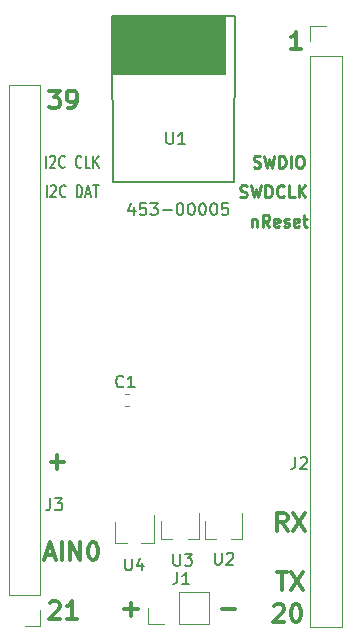
<source format=gbr>
G04 #@! TF.GenerationSoftware,KiCad,Pcbnew,(5.1.0)-1*
G04 #@! TF.CreationDate,2019-05-02T11:49:30+02:00*
G04 #@! TF.ProjectId,expansion,65787061-6e73-4696-9f6e-2e6b69636164,rev?*
G04 #@! TF.SameCoordinates,Original*
G04 #@! TF.FileFunction,Legend,Top*
G04 #@! TF.FilePolarity,Positive*
%FSLAX46Y46*%
G04 Gerber Fmt 4.6, Leading zero omitted, Abs format (unit mm)*
G04 Created by KiCad (PCBNEW (5.1.0)-1) date 2019-05-02 11:49:30*
%MOMM*%
%LPD*%
G04 APERTURE LIST*
%ADD10C,0.200000*%
%ADD11C,0.300000*%
%ADD12C,0.250000*%
%ADD13C,0.120000*%
%ADD14C,0.150000*%
G04 APERTURE END LIST*
D10*
X128116666Y-68952380D02*
X128116666Y-67952380D01*
X128459523Y-68047619D02*
X128497619Y-68000000D01*
X128573809Y-67952380D01*
X128764285Y-67952380D01*
X128840476Y-68000000D01*
X128878571Y-68047619D01*
X128916666Y-68142857D01*
X128916666Y-68238095D01*
X128878571Y-68380952D01*
X128421428Y-68952380D01*
X128916666Y-68952380D01*
X129716666Y-68857142D02*
X129678571Y-68904761D01*
X129564285Y-68952380D01*
X129488095Y-68952380D01*
X129373809Y-68904761D01*
X129297619Y-68809523D01*
X129259523Y-68714285D01*
X129221428Y-68523809D01*
X129221428Y-68380952D01*
X129259523Y-68190476D01*
X129297619Y-68095238D01*
X129373809Y-68000000D01*
X129488095Y-67952380D01*
X129564285Y-67952380D01*
X129678571Y-68000000D01*
X129716666Y-68047619D01*
X130669047Y-68952380D02*
X130669047Y-67952380D01*
X130859523Y-67952380D01*
X130973809Y-68000000D01*
X131050000Y-68095238D01*
X131088095Y-68190476D01*
X131126190Y-68380952D01*
X131126190Y-68523809D01*
X131088095Y-68714285D01*
X131050000Y-68809523D01*
X130973809Y-68904761D01*
X130859523Y-68952380D01*
X130669047Y-68952380D01*
X131430952Y-68666666D02*
X131811904Y-68666666D01*
X131354761Y-68952380D02*
X131621428Y-67952380D01*
X131888095Y-68952380D01*
X132040476Y-67952380D02*
X132497619Y-67952380D01*
X132269047Y-68952380D02*
X132269047Y-67952380D01*
X128040476Y-66452380D02*
X128040476Y-65452380D01*
X128383333Y-65547619D02*
X128421428Y-65500000D01*
X128497619Y-65452380D01*
X128688095Y-65452380D01*
X128764285Y-65500000D01*
X128802380Y-65547619D01*
X128840476Y-65642857D01*
X128840476Y-65738095D01*
X128802380Y-65880952D01*
X128345238Y-66452380D01*
X128840476Y-66452380D01*
X129640476Y-66357142D02*
X129602380Y-66404761D01*
X129488095Y-66452380D01*
X129411904Y-66452380D01*
X129297619Y-66404761D01*
X129221428Y-66309523D01*
X129183333Y-66214285D01*
X129145238Y-66023809D01*
X129145238Y-65880952D01*
X129183333Y-65690476D01*
X129221428Y-65595238D01*
X129297619Y-65500000D01*
X129411904Y-65452380D01*
X129488095Y-65452380D01*
X129602380Y-65500000D01*
X129640476Y-65547619D01*
X131050000Y-66357142D02*
X131011904Y-66404761D01*
X130897619Y-66452380D01*
X130821428Y-66452380D01*
X130707142Y-66404761D01*
X130630952Y-66309523D01*
X130592857Y-66214285D01*
X130554761Y-66023809D01*
X130554761Y-65880952D01*
X130592857Y-65690476D01*
X130630952Y-65595238D01*
X130707142Y-65500000D01*
X130821428Y-65452380D01*
X130897619Y-65452380D01*
X131011904Y-65500000D01*
X131050000Y-65547619D01*
X131773809Y-66452380D02*
X131392857Y-66452380D01*
X131392857Y-65452380D01*
X132040476Y-66452380D02*
X132040476Y-65452380D01*
X132497619Y-66452380D02*
X132154761Y-65880952D01*
X132497619Y-65452380D02*
X132040476Y-66023809D01*
D11*
X128035714Y-99250000D02*
X128750000Y-99250000D01*
X127892857Y-99678571D02*
X128392857Y-98178571D01*
X128892857Y-99678571D01*
X129392857Y-99678571D02*
X129392857Y-98178571D01*
X130107142Y-99678571D02*
X130107142Y-98178571D01*
X130964285Y-99678571D01*
X130964285Y-98178571D01*
X131964285Y-98178571D02*
X132107142Y-98178571D01*
X132250000Y-98250000D01*
X132321428Y-98321428D01*
X132392857Y-98464285D01*
X132464285Y-98750000D01*
X132464285Y-99107142D01*
X132392857Y-99392857D01*
X132321428Y-99535714D01*
X132250000Y-99607142D01*
X132107142Y-99678571D01*
X131964285Y-99678571D01*
X131821428Y-99607142D01*
X131750000Y-99535714D01*
X131678571Y-99392857D01*
X131607142Y-99107142D01*
X131607142Y-98750000D01*
X131678571Y-98464285D01*
X131750000Y-98321428D01*
X131821428Y-98250000D01*
X131964285Y-98178571D01*
X147607142Y-100678571D02*
X148464285Y-100678571D01*
X148035714Y-102178571D02*
X148035714Y-100678571D01*
X148821428Y-100678571D02*
X149821428Y-102178571D01*
X149821428Y-100678571D02*
X148821428Y-102178571D01*
X148500000Y-97178571D02*
X148000000Y-96464285D01*
X147642857Y-97178571D02*
X147642857Y-95678571D01*
X148214285Y-95678571D01*
X148357142Y-95750000D01*
X148428571Y-95821428D01*
X148500000Y-95964285D01*
X148500000Y-96178571D01*
X148428571Y-96321428D01*
X148357142Y-96392857D01*
X148214285Y-96464285D01*
X147642857Y-96464285D01*
X149000000Y-95678571D02*
X150000000Y-97178571D01*
X150000000Y-95678571D02*
X149000000Y-97178571D01*
D12*
X145488095Y-70785714D02*
X145488095Y-71452380D01*
X145488095Y-70880952D02*
X145535714Y-70833333D01*
X145630952Y-70785714D01*
X145773809Y-70785714D01*
X145869047Y-70833333D01*
X145916666Y-70928571D01*
X145916666Y-71452380D01*
X146964285Y-71452380D02*
X146630952Y-70976190D01*
X146392857Y-71452380D02*
X146392857Y-70452380D01*
X146773809Y-70452380D01*
X146869047Y-70500000D01*
X146916666Y-70547619D01*
X146964285Y-70642857D01*
X146964285Y-70785714D01*
X146916666Y-70880952D01*
X146869047Y-70928571D01*
X146773809Y-70976190D01*
X146392857Y-70976190D01*
X147773809Y-71404761D02*
X147678571Y-71452380D01*
X147488095Y-71452380D01*
X147392857Y-71404761D01*
X147345238Y-71309523D01*
X147345238Y-70928571D01*
X147392857Y-70833333D01*
X147488095Y-70785714D01*
X147678571Y-70785714D01*
X147773809Y-70833333D01*
X147821428Y-70928571D01*
X147821428Y-71023809D01*
X147345238Y-71119047D01*
X148202380Y-71404761D02*
X148297619Y-71452380D01*
X148488095Y-71452380D01*
X148583333Y-71404761D01*
X148630952Y-71309523D01*
X148630952Y-71261904D01*
X148583333Y-71166666D01*
X148488095Y-71119047D01*
X148345238Y-71119047D01*
X148250000Y-71071428D01*
X148202380Y-70976190D01*
X148202380Y-70928571D01*
X148250000Y-70833333D01*
X148345238Y-70785714D01*
X148488095Y-70785714D01*
X148583333Y-70833333D01*
X149440476Y-71404761D02*
X149345238Y-71452380D01*
X149154761Y-71452380D01*
X149059523Y-71404761D01*
X149011904Y-71309523D01*
X149011904Y-70928571D01*
X149059523Y-70833333D01*
X149154761Y-70785714D01*
X149345238Y-70785714D01*
X149440476Y-70833333D01*
X149488095Y-70928571D01*
X149488095Y-71023809D01*
X149011904Y-71119047D01*
X149773809Y-70785714D02*
X150154761Y-70785714D01*
X149916666Y-70452380D02*
X149916666Y-71309523D01*
X149964285Y-71404761D01*
X150059523Y-71452380D01*
X150154761Y-71452380D01*
X144488095Y-68904761D02*
X144630952Y-68952380D01*
X144869047Y-68952380D01*
X144964285Y-68904761D01*
X145011904Y-68857142D01*
X145059523Y-68761904D01*
X145059523Y-68666666D01*
X145011904Y-68571428D01*
X144964285Y-68523809D01*
X144869047Y-68476190D01*
X144678571Y-68428571D01*
X144583333Y-68380952D01*
X144535714Y-68333333D01*
X144488095Y-68238095D01*
X144488095Y-68142857D01*
X144535714Y-68047619D01*
X144583333Y-68000000D01*
X144678571Y-67952380D01*
X144916666Y-67952380D01*
X145059523Y-68000000D01*
X145392857Y-67952380D02*
X145630952Y-68952380D01*
X145821428Y-68238095D01*
X146011904Y-68952380D01*
X146250000Y-67952380D01*
X146630952Y-68952380D02*
X146630952Y-67952380D01*
X146869047Y-67952380D01*
X147011904Y-68000000D01*
X147107142Y-68095238D01*
X147154761Y-68190476D01*
X147202380Y-68380952D01*
X147202380Y-68523809D01*
X147154761Y-68714285D01*
X147107142Y-68809523D01*
X147011904Y-68904761D01*
X146869047Y-68952380D01*
X146630952Y-68952380D01*
X148202380Y-68857142D02*
X148154761Y-68904761D01*
X148011904Y-68952380D01*
X147916666Y-68952380D01*
X147773809Y-68904761D01*
X147678571Y-68809523D01*
X147630952Y-68714285D01*
X147583333Y-68523809D01*
X147583333Y-68380952D01*
X147630952Y-68190476D01*
X147678571Y-68095238D01*
X147773809Y-68000000D01*
X147916666Y-67952380D01*
X148011904Y-67952380D01*
X148154761Y-68000000D01*
X148202380Y-68047619D01*
X149107142Y-68952380D02*
X148630952Y-68952380D01*
X148630952Y-67952380D01*
X149440476Y-68952380D02*
X149440476Y-67952380D01*
X150011904Y-68952380D02*
X149583333Y-68380952D01*
X150011904Y-67952380D02*
X149440476Y-68523809D01*
X145630952Y-66404761D02*
X145773809Y-66452380D01*
X146011904Y-66452380D01*
X146107142Y-66404761D01*
X146154761Y-66357142D01*
X146202380Y-66261904D01*
X146202380Y-66166666D01*
X146154761Y-66071428D01*
X146107142Y-66023809D01*
X146011904Y-65976190D01*
X145821428Y-65928571D01*
X145726190Y-65880952D01*
X145678571Y-65833333D01*
X145630952Y-65738095D01*
X145630952Y-65642857D01*
X145678571Y-65547619D01*
X145726190Y-65500000D01*
X145821428Y-65452380D01*
X146059523Y-65452380D01*
X146202380Y-65500000D01*
X146535714Y-65452380D02*
X146773809Y-66452380D01*
X146964285Y-65738095D01*
X147154761Y-66452380D01*
X147392857Y-65452380D01*
X147773809Y-66452380D02*
X147773809Y-65452380D01*
X148011904Y-65452380D01*
X148154761Y-65500000D01*
X148250000Y-65595238D01*
X148297619Y-65690476D01*
X148345238Y-65880952D01*
X148345238Y-66023809D01*
X148297619Y-66214285D01*
X148250000Y-66309523D01*
X148154761Y-66404761D01*
X148011904Y-66452380D01*
X147773809Y-66452380D01*
X148773809Y-66452380D02*
X148773809Y-65452380D01*
X149440476Y-65452380D02*
X149630952Y-65452380D01*
X149726190Y-65500000D01*
X149821428Y-65595238D01*
X149869047Y-65785714D01*
X149869047Y-66119047D01*
X149821428Y-66309523D01*
X149726190Y-66404761D01*
X149630952Y-66452380D01*
X149440476Y-66452380D01*
X149345238Y-66404761D01*
X149250000Y-66309523D01*
X149202380Y-66119047D01*
X149202380Y-65785714D01*
X149250000Y-65595238D01*
X149345238Y-65500000D01*
X149440476Y-65452380D01*
D11*
X147357142Y-103571428D02*
X147428571Y-103500000D01*
X147571428Y-103428571D01*
X147928571Y-103428571D01*
X148071428Y-103500000D01*
X148142857Y-103571428D01*
X148214285Y-103714285D01*
X148214285Y-103857142D01*
X148142857Y-104071428D01*
X147285714Y-104928571D01*
X148214285Y-104928571D01*
X149142857Y-103428571D02*
X149285714Y-103428571D01*
X149428571Y-103500000D01*
X149500000Y-103571428D01*
X149571428Y-103714285D01*
X149642857Y-104000000D01*
X149642857Y-104357142D01*
X149571428Y-104642857D01*
X149500000Y-104785714D01*
X149428571Y-104857142D01*
X149285714Y-104928571D01*
X149142857Y-104928571D01*
X149000000Y-104857142D01*
X148928571Y-104785714D01*
X148857142Y-104642857D01*
X148785714Y-104357142D01*
X148785714Y-104000000D01*
X148857142Y-103714285D01*
X148928571Y-103571428D01*
X149000000Y-103500000D01*
X149142857Y-103428571D01*
X149678571Y-56428571D02*
X148821428Y-56428571D01*
X149250000Y-56428571D02*
X149250000Y-54928571D01*
X149107142Y-55142857D01*
X148964285Y-55285714D01*
X148821428Y-55357142D01*
X128428571Y-91357142D02*
X129571428Y-91357142D01*
X129000000Y-91928571D02*
X129000000Y-90785714D01*
X128357142Y-103321428D02*
X128428571Y-103250000D01*
X128571428Y-103178571D01*
X128928571Y-103178571D01*
X129071428Y-103250000D01*
X129142857Y-103321428D01*
X129214285Y-103464285D01*
X129214285Y-103607142D01*
X129142857Y-103821428D01*
X128285714Y-104678571D01*
X129214285Y-104678571D01*
X130642857Y-104678571D02*
X129785714Y-104678571D01*
X130214285Y-104678571D02*
X130214285Y-103178571D01*
X130071428Y-103392857D01*
X129928571Y-103535714D01*
X129785714Y-103607142D01*
X128285714Y-59928571D02*
X129214285Y-59928571D01*
X128714285Y-60500000D01*
X128928571Y-60500000D01*
X129071428Y-60571428D01*
X129142857Y-60642857D01*
X129214285Y-60785714D01*
X129214285Y-61142857D01*
X129142857Y-61285714D01*
X129071428Y-61357142D01*
X128928571Y-61428571D01*
X128500000Y-61428571D01*
X128357142Y-61357142D01*
X128285714Y-61285714D01*
X129928571Y-61428571D02*
X130214285Y-61428571D01*
X130357142Y-61357142D01*
X130428571Y-61285714D01*
X130571428Y-61071428D01*
X130642857Y-60785714D01*
X130642857Y-60214285D01*
X130571428Y-60071428D01*
X130500000Y-60000000D01*
X130357142Y-59928571D01*
X130071428Y-59928571D01*
X129928571Y-60000000D01*
X129857142Y-60071428D01*
X129785714Y-60214285D01*
X129785714Y-60571428D01*
X129857142Y-60714285D01*
X129928571Y-60785714D01*
X130071428Y-60857142D01*
X130357142Y-60857142D01*
X130500000Y-60785714D01*
X130571428Y-60714285D01*
X130642857Y-60571428D01*
X142928571Y-103857142D02*
X144071428Y-103857142D01*
X134678571Y-103857142D02*
X135821428Y-103857142D01*
X135250000Y-104428571D02*
X135250000Y-103285714D01*
D13*
X141870000Y-105080000D02*
X141870000Y-102420000D01*
X139270000Y-105080000D02*
X141870000Y-105080000D01*
X139270000Y-102420000D02*
X141870000Y-102420000D01*
X139270000Y-105080000D02*
X139270000Y-102420000D01*
X138000000Y-105080000D02*
X136670000Y-105080000D01*
X136670000Y-105080000D02*
X136670000Y-103750000D01*
X150420000Y-105340000D02*
X153080000Y-105340000D01*
X150420000Y-57020000D02*
X150420000Y-105340000D01*
X153080000Y-57020000D02*
X153080000Y-105340000D01*
X150420000Y-57020000D02*
X153080000Y-57020000D01*
X150420000Y-55750000D02*
X150420000Y-54420000D01*
X150420000Y-54420000D02*
X151750000Y-54420000D01*
X127580000Y-59430000D02*
X124920000Y-59430000D01*
X127580000Y-102670000D02*
X127580000Y-59430000D01*
X124920000Y-102670000D02*
X124920000Y-59430000D01*
X127580000Y-102670000D02*
X124920000Y-102670000D01*
X127580000Y-103940000D02*
X127580000Y-105270000D01*
X127580000Y-105270000D02*
X126250000Y-105270000D01*
D14*
X133750000Y-58525001D02*
X143200000Y-58525001D01*
X143200000Y-58525001D02*
X143200000Y-53600001D01*
X143200000Y-53600001D02*
X133675000Y-53600001D01*
X133675000Y-53600001D02*
X133675000Y-58525001D01*
G36*
X133725000Y-58525001D02*
G01*
X133700000Y-53600001D01*
X143150000Y-53625001D01*
X143150000Y-58500001D01*
X133725000Y-58525001D01*
G37*
X133725000Y-58525001D02*
X133700000Y-53600001D01*
X143150000Y-53625001D01*
X143150000Y-58500001D01*
X133725000Y-58525001D01*
X133650000Y-53575001D02*
X144075000Y-53575001D01*
X144075000Y-53575001D02*
X144000000Y-67650001D01*
X144000000Y-67650001D02*
X133750000Y-67650001D01*
X133750000Y-67650001D02*
X133675000Y-53575001D01*
D13*
X135071267Y-86610000D02*
X134728733Y-86610000D01*
X135071267Y-85590000D02*
X134728733Y-85590000D01*
X141520000Y-97860000D02*
X142450000Y-97860000D01*
X144680000Y-97860000D02*
X143750000Y-97860000D01*
X144680000Y-97860000D02*
X144680000Y-95700000D01*
X141520000Y-97860000D02*
X141520000Y-96400000D01*
X137820000Y-97860000D02*
X138750000Y-97860000D01*
X140980000Y-97860000D02*
X140050000Y-97860000D01*
X140980000Y-97860000D02*
X140980000Y-95700000D01*
X137820000Y-97860000D02*
X137820000Y-96400000D01*
X137150000Y-95850000D02*
X137150000Y-98250000D01*
X137150000Y-98250000D02*
X136100000Y-98250000D01*
X133850000Y-96450000D02*
X133850000Y-98250000D01*
X133850000Y-98250000D02*
X134900000Y-98250000D01*
D14*
X139166666Y-100702380D02*
X139166666Y-101416666D01*
X139119047Y-101559523D01*
X139023809Y-101654761D01*
X138880952Y-101702380D01*
X138785714Y-101702380D01*
X140166666Y-101702380D02*
X139595238Y-101702380D01*
X139880952Y-101702380D02*
X139880952Y-100702380D01*
X139785714Y-100845238D01*
X139690476Y-100940476D01*
X139595238Y-100988095D01*
X149166666Y-90952380D02*
X149166666Y-91666666D01*
X149119047Y-91809523D01*
X149023809Y-91904761D01*
X148880952Y-91952380D01*
X148785714Y-91952380D01*
X149595238Y-91047619D02*
X149642857Y-91000000D01*
X149738095Y-90952380D01*
X149976190Y-90952380D01*
X150071428Y-91000000D01*
X150119047Y-91047619D01*
X150166666Y-91142857D01*
X150166666Y-91238095D01*
X150119047Y-91380952D01*
X149547619Y-91952380D01*
X150166666Y-91952380D01*
X128416666Y-94452380D02*
X128416666Y-95166666D01*
X128369047Y-95309523D01*
X128273809Y-95404761D01*
X128130952Y-95452380D01*
X128035714Y-95452380D01*
X128797619Y-94452380D02*
X129416666Y-94452380D01*
X129083333Y-94833333D01*
X129226190Y-94833333D01*
X129321428Y-94880952D01*
X129369047Y-94928571D01*
X129416666Y-95023809D01*
X129416666Y-95261904D01*
X129369047Y-95357142D01*
X129321428Y-95404761D01*
X129226190Y-95452380D01*
X128940476Y-95452380D01*
X128845238Y-95404761D01*
X128797619Y-95357142D01*
X138238095Y-63452380D02*
X138238095Y-64261904D01*
X138285714Y-64357142D01*
X138333333Y-64404761D01*
X138428571Y-64452380D01*
X138619047Y-64452380D01*
X138714285Y-64404761D01*
X138761904Y-64357142D01*
X138809523Y-64261904D01*
X138809523Y-63452380D01*
X139809523Y-64452380D02*
X139238095Y-64452380D01*
X139523809Y-64452380D02*
X139523809Y-63452380D01*
X139428571Y-63595238D01*
X139333333Y-63690476D01*
X139238095Y-63738095D01*
X135488095Y-69785714D02*
X135488095Y-70452380D01*
X135250000Y-69404761D02*
X135011904Y-70119047D01*
X135630952Y-70119047D01*
X136488095Y-69452380D02*
X136011904Y-69452380D01*
X135964285Y-69928571D01*
X136011904Y-69880952D01*
X136107142Y-69833333D01*
X136345238Y-69833333D01*
X136440476Y-69880952D01*
X136488095Y-69928571D01*
X136535714Y-70023809D01*
X136535714Y-70261904D01*
X136488095Y-70357142D01*
X136440476Y-70404761D01*
X136345238Y-70452380D01*
X136107142Y-70452380D01*
X136011904Y-70404761D01*
X135964285Y-70357142D01*
X136869047Y-69452380D02*
X137488095Y-69452380D01*
X137154761Y-69833333D01*
X137297619Y-69833333D01*
X137392857Y-69880952D01*
X137440476Y-69928571D01*
X137488095Y-70023809D01*
X137488095Y-70261904D01*
X137440476Y-70357142D01*
X137392857Y-70404761D01*
X137297619Y-70452380D01*
X137011904Y-70452380D01*
X136916666Y-70404761D01*
X136869047Y-70357142D01*
X137916666Y-70071428D02*
X138678571Y-70071428D01*
X139345238Y-69452380D02*
X139440476Y-69452380D01*
X139535714Y-69500000D01*
X139583333Y-69547619D01*
X139630952Y-69642857D01*
X139678571Y-69833333D01*
X139678571Y-70071428D01*
X139630952Y-70261904D01*
X139583333Y-70357142D01*
X139535714Y-70404761D01*
X139440476Y-70452380D01*
X139345238Y-70452380D01*
X139250000Y-70404761D01*
X139202380Y-70357142D01*
X139154761Y-70261904D01*
X139107142Y-70071428D01*
X139107142Y-69833333D01*
X139154761Y-69642857D01*
X139202380Y-69547619D01*
X139250000Y-69500000D01*
X139345238Y-69452380D01*
X140297619Y-69452380D02*
X140392857Y-69452380D01*
X140488095Y-69500000D01*
X140535714Y-69547619D01*
X140583333Y-69642857D01*
X140630952Y-69833333D01*
X140630952Y-70071428D01*
X140583333Y-70261904D01*
X140535714Y-70357142D01*
X140488095Y-70404761D01*
X140392857Y-70452380D01*
X140297619Y-70452380D01*
X140202380Y-70404761D01*
X140154761Y-70357142D01*
X140107142Y-70261904D01*
X140059523Y-70071428D01*
X140059523Y-69833333D01*
X140107142Y-69642857D01*
X140154761Y-69547619D01*
X140202380Y-69500000D01*
X140297619Y-69452380D01*
X141250000Y-69452380D02*
X141345238Y-69452380D01*
X141440476Y-69500000D01*
X141488095Y-69547619D01*
X141535714Y-69642857D01*
X141583333Y-69833333D01*
X141583333Y-70071428D01*
X141535714Y-70261904D01*
X141488095Y-70357142D01*
X141440476Y-70404761D01*
X141345238Y-70452380D01*
X141250000Y-70452380D01*
X141154761Y-70404761D01*
X141107142Y-70357142D01*
X141059523Y-70261904D01*
X141011904Y-70071428D01*
X141011904Y-69833333D01*
X141059523Y-69642857D01*
X141107142Y-69547619D01*
X141154761Y-69500000D01*
X141250000Y-69452380D01*
X142202380Y-69452380D02*
X142297619Y-69452380D01*
X142392857Y-69500000D01*
X142440476Y-69547619D01*
X142488095Y-69642857D01*
X142535714Y-69833333D01*
X142535714Y-70071428D01*
X142488095Y-70261904D01*
X142440476Y-70357142D01*
X142392857Y-70404761D01*
X142297619Y-70452380D01*
X142202380Y-70452380D01*
X142107142Y-70404761D01*
X142059523Y-70357142D01*
X142011904Y-70261904D01*
X141964285Y-70071428D01*
X141964285Y-69833333D01*
X142011904Y-69642857D01*
X142059523Y-69547619D01*
X142107142Y-69500000D01*
X142202380Y-69452380D01*
X143440476Y-69452380D02*
X142964285Y-69452380D01*
X142916666Y-69928571D01*
X142964285Y-69880952D01*
X143059523Y-69833333D01*
X143297619Y-69833333D01*
X143392857Y-69880952D01*
X143440476Y-69928571D01*
X143488095Y-70023809D01*
X143488095Y-70261904D01*
X143440476Y-70357142D01*
X143392857Y-70404761D01*
X143297619Y-70452380D01*
X143059523Y-70452380D01*
X142964285Y-70404761D01*
X142916666Y-70357142D01*
X134608333Y-84957142D02*
X134560714Y-85004761D01*
X134417857Y-85052380D01*
X134322619Y-85052380D01*
X134179761Y-85004761D01*
X134084523Y-84909523D01*
X134036904Y-84814285D01*
X133989285Y-84623809D01*
X133989285Y-84480952D01*
X134036904Y-84290476D01*
X134084523Y-84195238D01*
X134179761Y-84100000D01*
X134322619Y-84052380D01*
X134417857Y-84052380D01*
X134560714Y-84100000D01*
X134608333Y-84147619D01*
X135560714Y-85052380D02*
X134989285Y-85052380D01*
X135275000Y-85052380D02*
X135275000Y-84052380D01*
X135179761Y-84195238D01*
X135084523Y-84290476D01*
X134989285Y-84338095D01*
X142338095Y-99052380D02*
X142338095Y-99861904D01*
X142385714Y-99957142D01*
X142433333Y-100004761D01*
X142528571Y-100052380D01*
X142719047Y-100052380D01*
X142814285Y-100004761D01*
X142861904Y-99957142D01*
X142909523Y-99861904D01*
X142909523Y-99052380D01*
X143338095Y-99147619D02*
X143385714Y-99100000D01*
X143480952Y-99052380D01*
X143719047Y-99052380D01*
X143814285Y-99100000D01*
X143861904Y-99147619D01*
X143909523Y-99242857D01*
X143909523Y-99338095D01*
X143861904Y-99480952D01*
X143290476Y-100052380D01*
X143909523Y-100052380D01*
X138838095Y-99152380D02*
X138838095Y-99961904D01*
X138885714Y-100057142D01*
X138933333Y-100104761D01*
X139028571Y-100152380D01*
X139219047Y-100152380D01*
X139314285Y-100104761D01*
X139361904Y-100057142D01*
X139409523Y-99961904D01*
X139409523Y-99152380D01*
X139790476Y-99152380D02*
X140409523Y-99152380D01*
X140076190Y-99533333D01*
X140219047Y-99533333D01*
X140314285Y-99580952D01*
X140361904Y-99628571D01*
X140409523Y-99723809D01*
X140409523Y-99961904D01*
X140361904Y-100057142D01*
X140314285Y-100104761D01*
X140219047Y-100152380D01*
X139933333Y-100152380D01*
X139838095Y-100104761D01*
X139790476Y-100057142D01*
X134738095Y-99552380D02*
X134738095Y-100361904D01*
X134785714Y-100457142D01*
X134833333Y-100504761D01*
X134928571Y-100552380D01*
X135119047Y-100552380D01*
X135214285Y-100504761D01*
X135261904Y-100457142D01*
X135309523Y-100361904D01*
X135309523Y-99552380D01*
X136214285Y-99885714D02*
X136214285Y-100552380D01*
X135976190Y-99504761D02*
X135738095Y-100219047D01*
X136357142Y-100219047D01*
M02*

</source>
